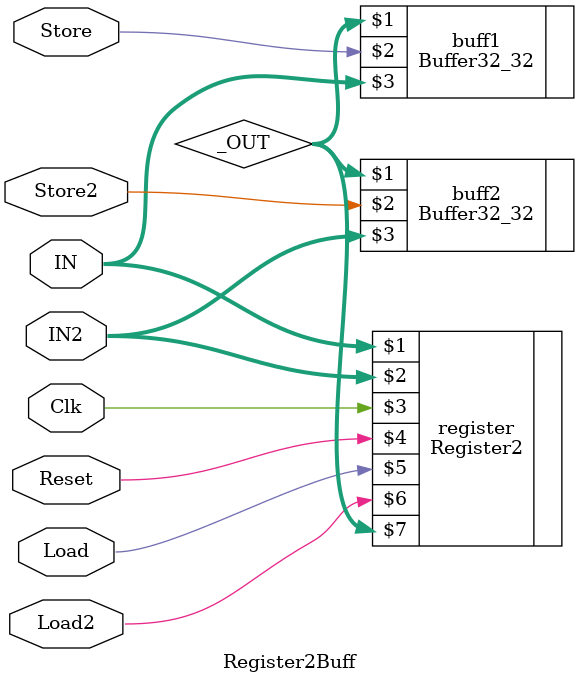
<source format=v>
module Register2Buff(inout [31:0] IN,IN2,input Clk, Reset,Load,Load2,Store,Store2);
wire [31:0] _OUT;
//module Register2(input [31:0] IN,IN2,input Clk, Reset,Load,Load2,output [31:0] OUT);
Register2 register( IN,IN2, Clk, Reset,Load,Load2, _OUT);
//Buffer32_32(input [31:0] IN,input Store,output [31:0] OUT);
Buffer32_32 buff1( _OUT, Store, IN);
//Buffer32_32(input [31:0] IN,input Store,output [31:0] OUT);
Buffer32_32 buff2( _OUT, Store2,IN2);
endmodule
</source>
